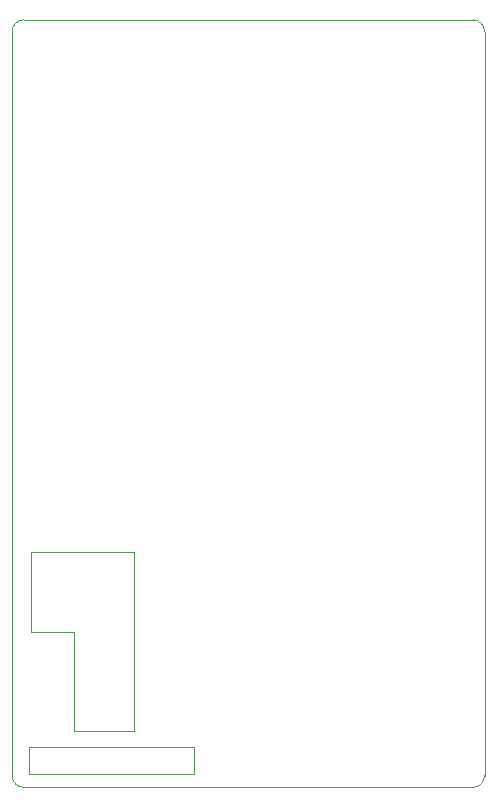
<source format=gbr>
%TF.GenerationSoftware,KiCad,Pcbnew,(5.1.6)-1*%
%TF.CreationDate,2021-03-09T02:14:13+08:00*%
%TF.ProjectId,matrix-clock,6d617472-6978-42d6-936c-6f636b2e6b69,rev?*%
%TF.SameCoordinates,Original*%
%TF.FileFunction,Profile,NP*%
%FSLAX46Y46*%
G04 Gerber Fmt 4.6, Leading zero omitted, Abs format (unit mm)*
G04 Created by KiCad (PCBNEW (5.1.6)-1) date 2021-03-09 02:14:13*
%MOMM*%
%LPD*%
G01*
G04 APERTURE LIST*
%TA.AperFunction,Profile*%
%ADD10C,0.050000*%
%TD*%
G04 APERTURE END LIST*
D10*
X131000000Y-66000000D02*
G75*
G02*
X132000000Y-65000000I1000000J0D01*
G01*
X170000000Y-65000000D02*
G75*
G02*
X171000000Y-66000000I0J-1000000D01*
G01*
X171000000Y-129000000D02*
G75*
G02*
X170000000Y-130000000I-1000000J0D01*
G01*
X132000000Y-130000000D02*
G75*
G02*
X131000000Y-129000000I0J1000000D01*
G01*
X132600000Y-116800000D02*
X136200000Y-116800000D01*
X132600000Y-110061000D02*
X132600000Y-116800000D01*
X141287000Y-110061000D02*
X132600000Y-110061000D01*
X141287000Y-125200000D02*
X136200000Y-125200000D01*
X141287000Y-110061000D02*
X141287000Y-125200000D01*
X136200000Y-125200000D02*
X136200000Y-116800000D01*
X146400000Y-126600000D02*
X132400000Y-126600000D01*
X146400000Y-128857000D02*
X146400000Y-126600000D01*
X132397000Y-128857000D02*
X146397000Y-128857000D01*
X132400000Y-126600000D02*
X132400000Y-128857000D01*
X132000000Y-130000000D02*
X170000000Y-130000000D01*
X132000000Y-65000000D02*
X170000000Y-65000000D01*
X131000000Y-129000000D02*
X131000000Y-66000000D01*
X171000000Y-66000000D02*
X171000000Y-129000000D01*
M02*

</source>
